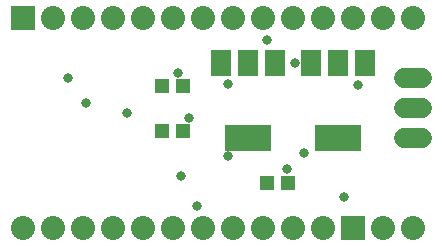
<source format=gbs>
G75*
%MOIN*%
%OFA0B0*%
%FSLAX25Y25*%
%IPPOS*%
%LPD*%
%AMOC8*
5,1,8,0,0,1.08239X$1,22.5*
%
%ADD10R,0.04931X0.04537*%
%ADD11R,0.06500X0.08500*%
%ADD12R,0.15600X0.08500*%
%ADD13C,0.06600*%
%ADD14R,0.08000X0.08000*%
%ADD15C,0.08000*%
%ADD16C,0.03300*%
D10*
X0052654Y0038500D03*
X0059346Y0038500D03*
X0059346Y0053500D03*
X0052654Y0053500D03*
X0087654Y0021000D03*
X0094346Y0021000D03*
D11*
X0090100Y0060900D03*
X0081100Y0060900D03*
X0072100Y0060900D03*
X0102100Y0060900D03*
X0111100Y0060900D03*
X0120100Y0060900D03*
D12*
X0111000Y0036100D03*
X0081000Y0036100D03*
D13*
X0133000Y0036000D02*
X0139000Y0036000D01*
X0139000Y0046000D02*
X0133000Y0046000D01*
X0133000Y0056000D02*
X0139000Y0056000D01*
D14*
X0116000Y0006000D03*
X0006000Y0076000D03*
D15*
X0006000Y0006000D03*
X0016000Y0006000D03*
X0026000Y0006000D03*
X0036000Y0006000D03*
X0046000Y0006000D03*
X0056000Y0006000D03*
X0066000Y0006000D03*
X0076000Y0006000D03*
X0086000Y0006000D03*
X0096000Y0006000D03*
X0106000Y0006000D03*
X0126000Y0006000D03*
X0136000Y0006000D03*
X0136000Y0076000D03*
X0126000Y0076000D03*
X0116000Y0076000D03*
X0106000Y0076000D03*
X0096000Y0076000D03*
X0086000Y0076000D03*
X0076000Y0076000D03*
X0066000Y0076000D03*
X0056000Y0076000D03*
X0046000Y0076000D03*
X0036000Y0076000D03*
X0026000Y0076000D03*
X0016000Y0076000D03*
D16*
X0021300Y0055950D03*
X0027250Y0047550D03*
X0040900Y0044400D03*
X0061550Y0042650D03*
X0074500Y0054200D03*
X0057700Y0057700D03*
X0087450Y0068550D03*
X0096900Y0061200D03*
X0117900Y0053850D03*
X0099700Y0031100D03*
X0094100Y0025850D03*
X0074500Y0030050D03*
X0058750Y0023400D03*
X0064000Y0013250D03*
X0113000Y0016400D03*
M02*

</source>
